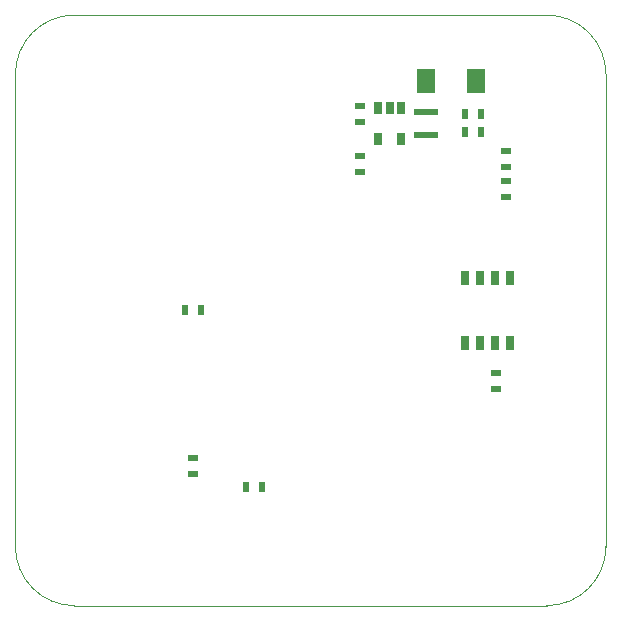
<source format=gtp>
G04*
G04 #@! TF.GenerationSoftware,Altium Limited,Altium Designer,20.2.7 (254)*
G04*
G04 Layer_Color=8421504*
%FSAX44Y44*%
%MOMM*%
G71*
G04*
G04 #@! TF.SameCoordinates,51ACB8CF-5D8B-4831-AD9A-68E97BBA3DB7*
G04*
G04*
G04 #@! TF.FilePolarity,Positive*
G04*
G01*
G75*
%ADD14C,0.1000*%
%ADD15R,0.9000X0.6000*%
%ADD16R,0.6000X0.9000*%
%ADD17R,2.0000X0.6000*%
%ADD18R,0.7000X1.0000*%
%ADD19R,0.8000X1.2000*%
%ADD20R,1.5000X2.1000*%
D14*
X01125000Y00925000D02*
G03*
X01175000Y00875000I00050000J00000000D01*
G01*
X01625000Y01325000D02*
G03*
X01575000Y01375000I-00050000J00000000D01*
G01*
Y00875000D02*
G03*
X01625000Y00925000I00000000J00050000D01*
G01*
X01175000Y01375000D02*
G03*
X01125000Y01325000I00000000J-00050000D01*
G01*
X01125000Y00925000D02*
X01125000Y01325000D01*
X01625000Y00925000D02*
Y01325000D01*
X01175000Y00875000D02*
X01575000Y00875000D01*
X01175000Y01375000D02*
X01575000D01*
D15*
X01531500Y01071750D02*
D03*
Y01058250D02*
D03*
X01416750Y01255250D02*
D03*
Y01241750D02*
D03*
X01275000Y01000250D02*
D03*
Y00986750D02*
D03*
X01540000Y01246750D02*
D03*
Y01260250D02*
D03*
X01416750Y01298250D02*
D03*
Y01284750D02*
D03*
X01540000Y01221250D02*
D03*
Y01234750D02*
D03*
D16*
X01519500Y01276250D02*
D03*
X01506000D02*
D03*
Y01291250D02*
D03*
X01519500D02*
D03*
X01268250Y01125000D02*
D03*
X01281750D02*
D03*
X01334000Y00975000D02*
D03*
X01320500D02*
D03*
D17*
X01472250Y01292750D02*
D03*
Y01273750D02*
D03*
D18*
X01432250Y01270250D02*
D03*
X01451250D02*
D03*
X01432250Y01296250D02*
D03*
X01451250D02*
D03*
X01441750D02*
D03*
D19*
X01544050Y01152500D02*
D03*
Y01097500D02*
D03*
X01531350Y01152500D02*
D03*
Y01097500D02*
D03*
X01518650Y01152500D02*
D03*
X01505950D02*
D03*
Y01097500D02*
D03*
X01518650D02*
D03*
D20*
X01515050Y01318750D02*
D03*
X01472250D02*
D03*
M02*

</source>
